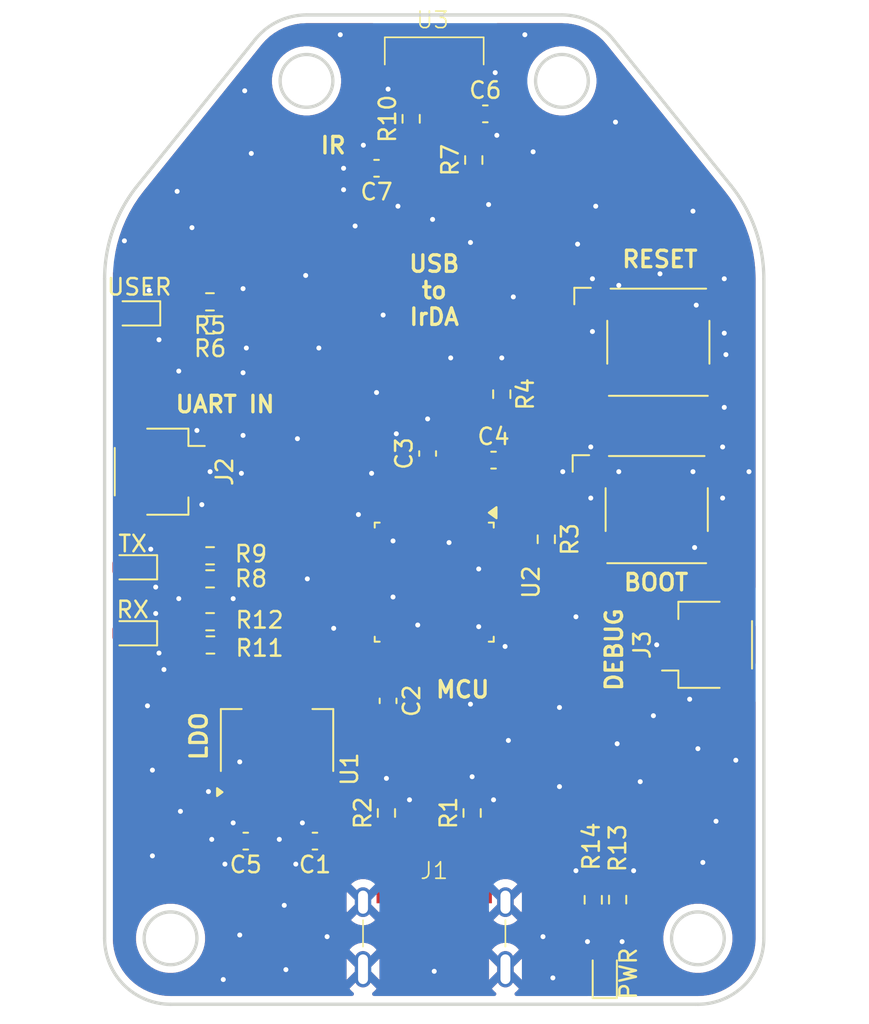
<source format=kicad_pcb>
(kicad_pcb (version 20241229) (generator "pcbnew") (generator_version "9.0")
  (layers (0 "F.Cu" signal) (2 "B.Cu" signal) (13 "F.Paste" user) (15 "B.Paste" user) (5 "F.SilkS" user "F.Silkscreen") (7 "B.SilkS" user "B.Silkscreen") (1 "F.Mask" user) (3 "B.Mask" user) (25 "Edge.Cuts" user))
  (net 0 "")
  (net 1 "GND")
  (net 2 "+3.3V")
  (net 3 "Net-(U3-VCC2)")
  (net 4 "/VUSB")
  (net 5 "Net-(D4-A)")
  (net 6 "/EXT_RX")
  (net 7 "/EXT_TX")
  (net 8 "/SWDIO")
  (net 9 "/SWCLK")
  (net 10 "/CC1")
  (net 11 "/CC2")
  (net 12 "/USB_DN")
  (net 13 "/USB_DP")
  (net 14 "/NRST")
  (net 15 "/POWER_LED")
  (net 16 "/BOOT0")
  (net 18 "/IRDA_RX")
  (net 19 "/IRDA_SD")
  (net 20 "/IRDA_TX")
  (net 22 "Net-(U3-VCC1)")
  (net 33 "Net-(D2-K)")
  (net 34 "Net-(D3-K)")
  (net 35 "/~{TX}")
  (net 36 "/~{RX}")
  (net 37 "Net-(D1-K)")
  (net 38 "/~{USER}")
  (footprint "PCM_kikit:Tab" (layer "F.Cu") (at 144.8 77)
    (property "Reference" "REF**" (hide yes))
    (property "Value" "Tab")
  )
  (footprint "Package_TO_SOT_SMD:SOT-223-3_TabPin2" (layer "F.Cu") (at 155.262728 100.004872 90)
    (property "Reference" "U1" (at -1.735932 4.400122 90) (layer "F.SilkS"))
    (property "Value" "TLV1117LV33DCYR")
    (pad "1" smd roundrect (at -3.15 -2.3 90) (size 2 1.5) (layers "F.Cu" "F.Mask" "F.Paste") (net 1 "GND"))
    (pad "2" smd roundrect (at -3.15 0 90) (size 2 1.5) (layers "F.Cu" "F.Mask" "F.Paste") (net 2 "+3.3V"))
    (pad "2" smd roundrect (at 3.15 0 90) (size 2 3.8) (layers "F.Cu" "F.Mask" "F.Paste") (net 2 "+3.3V"))
    (pad "3" smd roundrect (at -3.15 2.3 90) (size 2 1.5) (layers "F.Cu" "F.Mask" "F.Paste") (net 4 "/VUSB"))
  )
  (footprint "LED_SMD:LED_0603_1608Metric" (layer "F.Cu") (at 146.69 74.1 180)
    (property "Reference" "D1" (hide yes))
    (property "Value" "USER" (at -0.21 1.6 0) (layer "F.SilkS"))
    (pad "1" smd roundrect (at -0.7875 0 180) (size 0.875 0.95) (layers "F.Cu" "F.Mask" "F.Paste") (net 37 "Net-(D1-K)"))
    (pad "2" smd roundrect (at 0.7875 0 180) (size 0.875 0.95) (layers "F.Cu" "F.Mask" "F.Paste") (net 2 "+3.3V"))
  )
  (footprint "Resistor_SMD:R_0603_1608Metric" (layer "F.Cu") (at 168.9 79 -90)
    (property "Reference" "R4" (at 0 -1.43 270) (layer "F.SilkS"))
    (property "Value" "5k1")
    (pad "1" smd roundrect (at -0.825 0 270) (size 0.8 0.95) (layers "F.Cu" "F.Mask" "F.Paste") (net 2 "+3.3V"))
    (pad "2" smd roundrect (at 0.825 0 270) (size 0.8 0.95) (layers "F.Cu" "F.Mask" "F.Paste") (net 14 "/NRST"))
  )
  (footprint "Package_QFP:LQFP-32_7x7mm_P0.8mm" (layer "F.Cu") (at 164.8 90.4 -90)
    (property "Reference" "U2" (at 0 -5.88 90) (layer "F.SilkS"))
    (property "Value" "STM32F042K6Tx")
    (pad "1" smd roundrect (at -4.175 -2.8 270) (size 1.5 0.5) (layers "F.Cu" "F.Mask" "F.Paste") (net 2 "+3.3V"))
    (pad "2" smd roundrect (at -4.175 -2 270) (size 1.5 0.5) (layers "F.Cu" "F.Mask" "F.Paste"))
    (pad "3" smd roundrect (at -4.175 -1.2 270) (size 1.5 0.5) (layers "F.Cu" "F.Mask" "F.Paste"))
    (pad "4" smd roundrect (at -4.175 -0.4 270) (size 1.5 0.5) (layers "F.Cu" "F.Mask" "F.Paste") (net 14 "/NRST"))
    (pad "5" smd roundrect (at -4.175 0.4 270) (size 1.5 0.5) (layers "F.Cu" "F.Mask" "F.Paste") (net 2 "+3.3V"))
    (pad "6" smd roundrect (at -4.175 1.2 270) (size 1.5 0.5) (layers "F.Cu" "F.Mask" "F.Paste") (net 19 "/IRDA_SD"))
    (pad "7" smd roundrect (at -4.175 2 270) (size 1.5 0.5) (layers "F.Cu" "F.Mask" "F.Paste") (net 38 "/~{USER}"))
    (pad "8" smd roundrect (at -4.175 2.8 270) (size 1.5 0.5) (layers "F.Cu" "F.Mask" "F.Paste") (net 7 "/EXT_TX"))
    (pad "9" smd roundrect (at -2.8 4.175 270) (size 0.5 1.5) (layers "F.Cu" "F.Mask" "F.Paste") (net 6 "/EXT_RX"))
    (pad "10" smd roundrect (at -2 4.175 270) (size 0.5 1.5) (layers "F.Cu" "F.Mask" "F.Paste"))
    (pad "11" smd roundrect (at -1.2 4.175 270) (size 0.5 1.5) (layers "F.Cu" "F.Mask" "F.Paste") (net 35 "/~{TX}"))
    (pad "12" smd roundrect (at -0.4 4.175 270) (size 0.5 1.5) (layers "F.Cu" "F.Mask" "F.Paste") (net 36 "/~{RX}"))
    (pad "13" smd roundrect (at 0.4 4.175 270) (size 0.5 1.5) (layers "F.Cu" "F.Mask" "F.Paste"))
    (pad "14" smd roundrect (at 1.2 4.175 270) (size 0.5 1.5) (layers "F.Cu" "F.Mask" "F.Paste"))
    (pad "15" smd roundrect (at 2 4.175 270) (size 0.5 1.5) (layers "F.Cu" "F.Mask" "F.Paste"))
    (pad "16" smd roundrect (at 2.8 4.175 270) (size 0.5 1.5) (layers "F.Cu" "F.Mask" "F.Paste") (net 1 "GND"))
    (pad "17" smd roundrect (at 4.175 2.8 270) (size 1.5 0.5) (layers "F.Cu" "F.Mask" "F.Paste") (net 2 "+3.3V"))
    (pad "18" smd roundrect (at 4.175 2 270) (size 1.5 0.5) (layers "F.Cu" "F.Mask" "F.Paste"))
    (pad "19" smd roundrect (at 4.175 1.2 270) (size 1.5 0.5) (layers "F.Cu" "F.Mask" "F.Paste"))
    (pad "20" smd roundrect (at 4.175 0.4 270) (size 1.5 0.5) (layers "F.Cu" "F.Mask" "F.Paste"))
    (pad "21" smd roundrect (at 4.175 -0.4 270) (size 1.5 0.5) (layers "F.Cu" "F.Mask" "F.Paste") (net 12 "/USB_DN"))
    (pad "22" smd roundrect (at 4.175 -1.2 270) (size 1.5 0.5) (layers "F.Cu" "F.Mask" "F.Paste") (net 13 "/USB_DP"))
    (pad "23" smd roundrect (at 4.175 -2 270) (size 1.5 0.5) (layers "F.Cu" "F.Mask" "F.Paste") (net 8 "/SWDIO"))
    (pad "24" smd roundrect (at 4.175 -2.8 270) (size 1.5 0.5) (layers "F.Cu" "F.Mask" "F.Paste") (net 9 "/SWCLK"))
    (pad "25" smd roundrect (at 2.8 -4.175 270) (size 0.5 1.5) (layers "F.Cu" "F.Mask" "F.Paste") (net 15 "/POWER_LED"))
    (pad "26" smd roundrect (at 2 -4.175 270) (size 0.5 1.5) (layers "F.Cu" "F.Mask" "F.Paste"))
    (pad "27" smd roundrect (at 1.2 -4.175 270) (size 0.5 1.5) (layers "F.Cu" "F.Mask" "F.Paste"))
    (pad "28" smd roundrect (at 0.4 -4.175 270) (size 0.5 1.5) (layers "F.Cu" "F.Mask" "F.Paste"))
    (pad "29" smd roundrect (at -0.4 -4.175 270) (size 0.5 1.5) (layers "F.Cu" "F.Mask" "F.Paste") (net 20 "/IRDA_TX"))
    (pad "30" smd roundrect (at -1.2 -4.175 270) (size 0.5 1.5) (layers "F.Cu" "F.Mask" "F.Paste") (net 18 "/IRDA_RX"))
    (pad "31" smd roundrect (at -2 -4.175 270) (size 0.5 1.5) (layers "F.Cu" "F.Mask" "F.Paste") (net 16 "/BOOT0"))
    (pad "32" smd roundrect (at -2.8 -4.175 270) (size 0.5 1.5) (layers "F.Cu" "F.Mask" "F.Paste") (net 1 "GND"))
  )
  (footprint "PCM_kikit:Tab" (layer "F.Cu") (at 184.85 106.1 180)
    (property "Reference" "REF**" (hide yes))
    (property "Value" "Tab")
  )
  (footprint "Resistor_SMD:R_0603_1608Metric" (layer "F.Cu") (at 151.2 74.8 180)
    (property "Reference" "R6" (at 0 -1.43 0) (layer "F.SilkS"))
    (property "Value" "5k1")
    (pad "1" smd roundrect (at -0.825 0 180) (size 0.8 0.95) (layers "F.Cu" "F.Mask" "F.Paste") (net 38 "/~{USER}"))
    (pad "2" smd roundrect (at 0.825 0 180) (size 0.8 0.95) (layers "F.Cu" "F.Mask" "F.Paste") (net 37 "Net-(D1-K)"))
  )
  (footprint "PCM_kikit:Tab" (layer "F.Cu") (at 184.8 77 180)
    (property "Reference" "REF**" (hide yes))
    (property "Value" "Tab")
  )
  (footprint "Resistor_SMD:R_0603_1608Metric" (layer "F.Cu") (at 151.2 90.2 180)
    (property "Reference" "R8" (at -2.48 0.01 180) (layer "F.SilkS"))
    (property "Value" "5k1")
    (pad "1" smd roundrect (at -0.825 0 180) (size 0.8 0.95) (layers "F.Cu" "F.Mask" "F.Paste") (net 35 "/~{TX}"))
    (pad "2" smd roundrect (at 0.825 0 180) (size 0.8 0.95) (layers "F.Cu" "F.Mask" "F.Paste") (net 33 "Net-(D2-K)"))
  )
  (footprint "irda:GCT_USB4215_03_A" (layer "F.Cu") (at 164.8 109.3)
    (property "Reference" "J1" (at 0 -1.4 0) (layer "F.SilkS") (effects (font (thickness 0.1))))
    (property "Value" "USB_C_Receptacle_USB2.0_16P")
    (pad "A1" smd rect (at -3.35 0) (size 0.3 1.15) (layers "F.Cu" "F.Mask" "F.Paste") (net 1 "GND"))
    (pad "A4" smd rect (at -2.55 0) (size 0.3 1.15) (layers "F.Cu" "F.Mask" "F.Paste") (net 4 "/VUSB"))
    (pad "A5" smd rect (at -1.25 0) (size 0.3 1.15) (layers "F.Cu" "F.Mask" "F.Paste") (net 10 "/CC1"))
    (pad "A6" smd rect (at -0.25 0) (size 0.3 1.15) (layers "F.Cu" "F.Mask" "F.Paste") (net 13 "/USB_DP"))
    (pad "A7" smd rect (at 0.25 0) (size 0.3 1.15) (layers "F.Cu" "F.Mask" "F.Paste") (net 12 "/USB_DN"))
    (pad "A8" smd rect (at 1.25 0) (size 0.3 1.15) (layers "F.Cu" "F.Mask" "F.Paste"))
    (pad "A9" smd rect (at 2.55 0) (size 0.3 1.15) (layers "F.Cu" "F.Mask" "F.Paste") (net 4 "/VUSB"))
    (pad "A12" smd rect (at 3.35 0) (size 0.3 1.15) (layers "F.Cu" "F.Mask" "F.Paste") (net 1 "GND"))
    (pad "B1" smd rect (at 3.05 0) (size 0.3 1.15) (layers "F.Cu" "F.Mask" "F.Paste") (net 1 "GND"))
    (pad "B4" smd rect (at 2.25 0) (size 0.3 1.15) (layers "F.Cu" "F.Mask" "F.Paste") (net 4 "/VUSB"))
    (pad "B5" smd rect (at 1.75 0) (size 0.3 1.15) (layers "F.Cu" "F.Mask" "F.Paste") (net 11 "/CC2"))
    (pad "B6" smd rect (at 0.75 0) (size 0.3 1.15) (layers "F.Cu" "F.Mask" "F.Paste") (net 13 "/USB_DP"))
    (pad "B7" smd rect (at -0.75 0) (size 0.3 1.15) (layers "F.Cu" "F.Mask" "F.Paste") (net 12 "/USB_DN"))
    (pad "B8" smd rect (at -1.75 0) (size 0.3 1.15) (layers "F.Cu" "F.Mask" "F.Paste"))
    (pad "B9" smd rect (at -2.25 0) (size 0.3 1.15) (layers "F.Cu" "F.Mask" "F.Paste") (net 4 "/VUSB"))
    (pad "B12" smd rect (at -3.05 0) (size 0.3 1.15) (layers "F.Cu" "F.Mask" "F.Paste") (net 1 "GND"))
    (pad "S1" thru_hole oval (at -4.32 0.5075) (size 1 1.8) (drill oval 0.6 1.4) (layers "*.Cu" "*.Mask") (net 1 "GND"))
    (pad "S1" thru_hole oval (at -4.32 4.575) (size 1 2.2) (drill oval 0.6 1.8) (layers "*.Cu" "*.Mask") (net 1 "GND"))
    (pad "S1" thru_hole oval (at 4.32 0.5075) (size 1 1.8) (drill oval 0.6 1.4) (layers "*.Cu" "*.Mask") (net 1 "GND"))
    (pad "S1" thru_hole oval (at 4.32 4.575) (size 1 2.2) (drill oval 0.6 1.8) (layers "*.Cu" "*.Mask") (net 1 "GND"))
  )
  (footprint "Resistor_SMD:R_0603_1608Metric" (layer "F.Cu") (at 151.19 73.4 180)
    (property "Reference" "R5" (at 0 -1.43 0) (layer "F.SilkS"))
    (property "Value" "5k1")
    (pad "1" smd roundrect (at -0.825 0 180) (size 0.8 0.95) (layers "F.Cu" "F.Mask" "F.Paste") (net 38 "/~{USER}"))
    (pad "2" smd roundrect (at 0.825 0 180) (size 0.8 0.95) (layers "F.Cu" "F.Mask" "F.Paste") (net 37 "Net-(D1-K)"))
  )
  (footprint "Resistor_SMD:R_0603_1608Metric" (layer "F.Cu") (at 175.93 109.655 -90)
    (property "Reference" "R13" (at -3.125 0 90) (layer "F.SilkS"))
    (property "Value" "5k1")
    (pad "1" smd roundrect (at -0.825 0 270) (size 0.8 0.95) (layers "F.Cu" "F.Mask" "F.Paste") (net 15 "/POWER_LED"))
    (pad "2" smd roundrect (at 0.825 0 270) (size 0.8 0.95) (layers "F.Cu" "F.Mask" "F.Paste") (net 5 "Net-(D4-A)"))
  )
  (footprint "Resistor_SMD:R_0603_1608Metric" (layer "F.Cu") (at 151.2 88.8 180)
    (property "Reference" "R9" (at -2.48 0.11 180) (layer "F.SilkS"))
    (property "Value" "5k1")
    (pad "1" smd roundrect (at -0.825 0 180) (size 0.8 0.95) (layers "F.Cu" "F.Mask" "F.Paste") (net 35 "/~{TX}"))
    (pad "2" smd roundrect (at 0.825 0 180) (size 0.8 0.95) (layers "F.Cu" "F.Mask" "F.Paste") (net 33 "Net-(D2-K)"))
  )
  (footprint "PCM_kikit:Tab" (layer "F.Cu") (at 144.8 106.1)
    (property "Reference" "REF**" (hide yes))
    (property "Value" "Tab")
  )
  (footprint "Capacitor_SMD:C_0603_1608Metric" (layer "F.Cu") (at 168.4 83)
    (property "Reference" "C4" (at 0 -1.43 0) (layer "F.SilkS"))
    (property "Value" "4.7u")
    (pad "1" smd roundrect (at -0.775 0) (size 0.9 0.95) (layers "F.Cu" "F.Mask" "F.Paste") (net 2 "+3.3V"))
    (pad "2" smd roundrect (at 0.775 0) (size 0.9 0.95) (layers "F.Cu" "F.Mask" "F.Paste") (net 1 "GND"))
  )
  (footprint "Capacitor_SMD:C_0603_1608Metric" (layer "F.Cu") (at 162 97.6 -90)
    (property "Reference" "C2" (at 0 -1.43 270) (layer "F.SilkS"))
    (property "Value" "4.7u")
    (pad "1" smd roundrect (at -0.775 0 270) (size 0.9 0.95) (layers "F.Cu" "F.Mask" "F.Paste") (net 2 "+3.3V"))
    (pad "2" smd roundrect (at 0.775 0 270) (size 0.9 0.95) (layers "F.Cu" "F.Mask" "F.Paste") (net 1 "GND"))
  )
  (footprint "Capacitor_SMD:C_0603_1608Metric" (layer "F.Cu") (at 161.3 65.3 180)
    (property "Reference" "C7" (at 0 -1.43 180) (layer "F.SilkS"))
    (property "Value" "0.1u")
    (pad "1" smd roundrect (at -0.775 0 180) (size 0.9 0.95) (layers "F.Cu" "F.Mask" "F.Paste") (net 2 "+3.3V"))
    (pad "2" smd roundrect (at 0.775 0 180) (size 0.9 0.95) (layers "F.Cu" "F.Mask" "F.Paste") (net 1 "GND"))
  )
  (footprint "Capacitor_SMD:C_0603_1608Metric" (layer "F.Cu") (at 153.362728 106.104872 180)
    (property "Reference" "C5" (at 0 -1.43 180) (layer "F.SilkS"))
    (property "Value" "1u")
    (pad "1" smd roundrect (at -0.775 0 180) (size 0.9 0.95) (layers "F.Cu" "F.Mask" "F.Paste") (net 2 "+3.3V"))
    (pad "2" smd roundrect (at 0.775 0 180) (size 0.9 0.95) (layers "F.Cu" "F.Mask" "F.Paste") (net 1 "GND"))
  )
  (footprint "LED_SMD:LED_0603_1608Metric" (layer "F.Cu") (at 175.15 114.14 90)
    (property "Reference" "D4" (hide yes))
    (property "Value" "PWR" (at 0 1.43 90) (layer "F.SilkS"))
    (pad "1" smd roundrect (at -0.7875 0 90) (size 0.875 0.95) (layers "F.Cu" "F.Mask" "F.Paste") (net 1 "GND"))
    (pad "2" smd roundrect (at 0.7875 0 90) (size 0.875 0.95) (layers "F.Cu" "F.Mask" "F.Paste") (net 5 "Net-(D4-A)"))
  )
  (footprint "Resistor_SMD:R_0603_1608Metric" (layer "F.Cu") (at 151.22 94.21 180)
    (property "Reference" "R11" (at -2.9825 -0.19 180) (layer "F.SilkS"))
    (property "Value" "5k1")
    (pad "1" smd roundrect (at -0.825 0 180) (size 0.8 0.95) (layers "F.Cu" "F.Mask" "F.Paste") (net 36 "/~{RX}"))
    (pad "2" smd roundrect (at 0.825 0 180) (size 0.8 0.95) (layers "F.Cu" "F.Mask" "F.Paste") (net 34 "Net-(D3-K)"))
  )
  (footprint "Resistor_SMD:R_0603_1608Metric" (layer "F.Cu") (at 161.9 104.4 90)
    (property "Reference" "R2" (at 0 -1.43 90) (layer "F.SilkS"))
    (property "Value" "5k1")
    (pad "1" smd roundrect (at -0.825 0 90) (size 0.8 0.95) (layers "F.Cu" "F.Mask" "F.Paste") (net 10 "/CC1"))
    (pad "2" smd roundrect (at 0.825 0 90) (size 0.8 0.95) (layers "F.Cu" "F.Mask" "F.Paste") (net 1 "GND"))
  )
  (footprint "irda:SW_SPST_Omron_B3FS-100xP" (layer "F.Cu") (at 178.4 75.85)
    (property "Reference" "SW2" (hide yes))
    (property "Value" "NRST_BUT")
    (pad "1" smd rect (at -4 -2.25 180) (size 1.6 1.4) (layers "F.Cu" "F.Mask" "F.Paste") (net 1 "GND"))
    (pad "1" smd rect (at 4 -2.25 180) (size 1.6 1.4) (layers "F.Cu" "F.Mask" "F.Paste") (net 1 "GND"))
    (pad "2" smd rect (at -4 2.25 180) (size 1.6 1.4) (layers "F.Cu" "F.Mask" "F.Paste") (net 14 "/NRST"))
    (pad "2" smd rect (at 4 2.25 180) (size 1.6 1.4) (layers "F.Cu" "F.Mask" "F.Paste") (net 14 "/NRST"))
  )
  (footprint "LED_SMD:LED_0603_1608Metric" (layer "F.Cu") (at 146.5 93.5 180)
    (property "Reference" "D3" (hide yes))
    (property "Value" "RX" (at 0 1.43 180) (layer "F.SilkS"))
    (pad "1" smd roundrect (at -0.7875 0 180) (size 0.875 0.95) (layers "F.Cu" "F.Mask" "F.Paste") (net 34 "Net-(D3-K)"))
    (pad "2" smd roundrect (at 0.7875 0 180) (size 0.875 0.95) (layers "F.Cu" "F.Mask" "F.Paste") (net 2 "+3.3V"))
  )
  (footprint "LED_SMD:LED_0603_1608Metric" (layer "F.Cu") (at 146.5 89.5 180)
    (property "Reference" "D2" (hide yes))
    (property "Value" "TX" (at 0 1.43 180) (layer "F.SilkS"))
    (pad "1" smd roundrect (at -0.7875 0 180) (size 0.875 0.95) (layers "F.Cu" "F.Mask" "F.Paste") (net 33 "Net-(D2-K)"))
    (pad "2" smd roundrect (at 0.7875 0 180) (size 0.875 0.95) (layers "F.Cu" "F.Mask" "F.Paste") (net 2 "+3.3V"))
  )
  (footprint "Resistor_SMD:R_0603_1608Metric" (layer "F.Cu") (at 171.6 87.8 -90)
    (property "Reference" "R3" (at 0 -1.43 270) (layer "F.SilkS"))
    (property "Value" "5k1")
    (pad "1" smd roundrect (at -0.825 0 270) (size 0.8 0.95) (layers "F.Cu" "F.Mask" "F.Paste") (net 2 "+3.3V"))
    (pad "2" smd roundrect (at 0.825 0 270) (size 0.8 0.95) (layers "F.Cu" "F.Mask" "F.Paste") (net 16 "/BOOT0"))
  )
  (footprint "CustomFootprints:JST_SH_SM03B-SRSS-TB_1x03-1MP_P1.00mm_Horizontal" (layer "F.Cu") (at 181.4 94.2 90)
    (property "Reference" "J3" (at 0 -3.98 90) (layer "F.SilkS"))
    (property "Value" "SWD")
    (pad "1" smd roundrect (at -1 -2 90) (size 0.6 1.55) (layers "F.Cu" "F.Mask" "F.Paste") (net 9 "/SWCLK"))
    (pad "2" smd roundrect (at 0 -2 90) (size 0.6 1.55) (layers "F.Cu" "F.Mask" "F.Paste") (net 1 "GND"))
    (pad "3" smd roundrect (at 1 -2 90) (size 0.6 1.55) (layers "F.Cu" "F.Mask" "F.Paste") (net 8 "/SWDIO"))
    (pad "MP" smd roundrect (at -2.3 1.875 90) (size 1.2 1.8) (layers "F.Cu" "F.Mask" "F.Paste") (roundrect_rratio 0.208333))
    (pad "MP" smd roundrect (at 2.3 1.875 90) (size 1.2 1.8) (layers "F.Cu" "F.Mask" "F.Paste") (roundrect_rratio 0.208333))
  )
  (footprint "Resistor_SMD:R_0603_1608Metric" (layer "F.Cu") (at 167.1 104.4 90)
    (property "Reference" "R1" (at 0 -1.43 90) (layer "F.SilkS"))
    (property "Value" "5k1")
    (pad "1" smd roundrect (at -0.825 0 90) (size 0.8 0.95) (layers "F.Cu" "F.Mask" "F.Paste") (net 11 "/CC2"))
    (pad "2" smd roundrect (at 0.825 0 90) (size 0.8 0.95) (layers "F.Cu" "F.Mask" "F.Paste") (net 1 "GND"))
  )
  (footprint "Resistor_SMD:R_0603_1608Metric" (layer "F.Cu") (at 163.4 62.3 90)
    (property "Reference" "R10" (at 0 -1.43 90) (layer "F.SilkS"))
    (property "Value" "47R")
    (pad "1" smd roundrect (at -0.825 0 90) (size 0.8 0.95) (layers "F.Cu" "F.Mask" "F.Paste") (net 2 "+3.3V"))
    (pad "2" smd roundrect (at 0.825 0 90) (size 0.8 0.95) (layers "F.Cu" "F.Mask" "F.Paste") (net 22 "Net-(U3-VCC1)"))
  )
  (footprint "Resistor_SMD:R_0603_1608Metric" (layer "F.Cu") (at 167.2 64.8 90)
    (property "Reference" "R7" (at 0 -1.43 90) (layer "F.SilkS"))
    (property "Value" "47R")
    (pad "1" smd roundrect (at -0.825 0 90) (size 0.8 0.95) (layers "F.Cu" "F.Mask" "F.Paste") (net 2 "+3.3V"))
    (pad "2" smd roundrect (at 0.825 0 90) (size 0.8 0.95) (layers "F.Cu" "F.Mask" "F.Paste") (net 3 "Net-(U3-VCC2)"))
  )
  (footprint "Resistor_SMD:R_0603_1608Metric" (layer "F.Cu") (at 174.45 109.665 -90)
    (property "Reference" "R14" (at -3.235 0.12 90) (layer "F.SilkS"))
    (property "Value" "5k1")
    (pad "1" smd roundrect (at -0.825 0 270) (size 0.8 0.95) (layers "F.Cu" "F.Mask" "F.Paste") (net 15 "/POWER_LED"))
    (pad "2" smd roundrect (at 0.825 0 270) (size 0.8 0.95) (layers "F.Cu" "F.Mask" "F.Paste") (net 5 "Net-(D4-A)"))
  )
  (footprint "Capacitor_SMD:C_0603_1608Metric" (layer "F.Cu") (at 167.9 62)
    (property "Reference" "C6" (at 0 -1.43 0) (layer "F.SilkS"))
    (property "Value" "4.7u")
    (pad "1" smd roundrect (at -0.775 0) (size 0.9 0.95) (layers "F.Cu" "F.Mask" "F.Paste") (net 3 "Net-(U3-VCC2)"))
    (pad "2" smd roundrect (at 0.775 0) (size 0.9 0.95) (layers "F.Cu" "F.Mask" "F.Paste") (net 1 "GND"))
  )
  (footprint "irda:TFBS4711-TR" (layer "F.Cu") (at 164.8 59.0075)
    (property "Reference" "U3" (at -0.1 -2.7 0) (layer "F.SilkS") (effects (font (thickness 0.1))))
    (property "Value" "TFBS4711")
    (pad "1" smd roundrect (at 2.375 0 180) (size 0.64 1.27) (layers "F.Cu" "F.Mask" "F.Paste") (roundrect_rratio 0.15) (net 3 "Net-(U3-VCC2)"))
    (pad "2" smd roundrect (at 1.425 0 180) (size 0.64 1.27) (layers "F.Cu" "F.Mask" "F.Paste") (roundrect_rratio 0.15) (net 20 "/IRDA_TX"))
    (pad "3" smd roundrect (at 0.475 0 180) (size 0.64 1.27) (layers "F.Cu" "F.Mask" "F.Paste") (roundrect_rratio 0.15) (net 18 "/IRDA_RX"))
    (pad "4" smd roundrect (at -0.475 0 180) (size 0.64 1.27) (layers "F.Cu" "F.Mask" "F.Paste") (roundrect_rratio 0.15) (net 19 "/IRDA_SD"))
    (pad "5" smd roundrect (at -1.425 0 180) (size 0.64 1.27) (layers "F.Cu" "F.Mask" "F.Paste") (roundrect_rratio 0.15) (net 22 "Net-(U3-VCC1)"))
    (pad "6" smd roundrect (at -2.375 0 180) (size 0.64 1.27) (layers "F.Cu" "F.Mask" "F.Paste") (roundrect_rratio 0.15) (net 1 "GND"))
  )
  (footprint "irda:JST_SH_SM03B-SRSS-TB_1x03-1MP_P1.00mm_Horizontal" (layer "F.Cu") (at 148.1 83.7 -90)
    (property "Reference" "J2" (at 0 -3.98 90) (layer "F.SilkS"))
    (property "Value" "UART")
    (pad "1" smd roundrect (at -1 -2 270) (size 0.6 1.55) (layers "F.Cu" "F.Mask" "F.Paste") (net 6 "/EXT_RX"))
    (pad "2" smd roundrect (at 0 -2 270) (size 0.6 1.55) (layers "F.Cu" "F.Mask" "F.Paste") (net 1 "GND"))
    (pad "3" smd roundrect (at 1 -2 270) (size 0.6 1.55) (layers "F.Cu" "F.Mask" "F.Paste") (net 7 "/EXT_TX"))
    (pad "MP" smd roundrect (at -2.3 1.875 270) (size 1.2 1.8) (layers "F.Cu" "F.Mask" "F.Paste") (roundrect_rratio 0.208333))
    (pad "MP" smd roundrect (at 2.3 1.875 270) (size 1.2 1.8) (layers "F.Cu" "F.Mask" "F.Paste") (roundrect_rratio 0.208333))
  )
  (footprint "Resistor_SMD:R_0603_1608Metric" (layer "F.Cu") (at 151.2 92.8 180)
    (property "Reference" "R12" (at -3.0025 0.1 180) (layer "F.SilkS"))
    (property "Value" "5k1")
    (pad "1" smd roundrect (at -0.825 0 180) (size 0.8 0.95) (layers "F.Cu" "F.Mask" "F.Paste") (net 36 "/~{RX}"))
    (pad "2" smd roundrect (at 0.825 0 180) (size 0.8 0.95) (layers "F.Cu" "F.Mask" "F.Paste") (net 34 "Net-(D3-K)"))
  )
  (footprint "irda:SW_SPST_Omron_B3FS-100xP" (layer "F.Cu") (at 178.3 86)
    (property "Reference" "SW1" (hide yes))
    (property "Value" "BOOT0_BUT")
    (pad "1" smd rect (at -4 -2.25 180) (size 1.6 1.4) (layers "F.Cu" "F.Mask" "F.Paste") (net 1 "GND"))
    (pad "1" smd rect (at 4 -2.25 180) (size 1.6 1.4) (layers "F.Cu" "F.Mask" "F.Paste") (net 1 "GND"))
    (pad "2" smd rect (at -4 2.25 180) (size 1.6 1.4) (layers "F.Cu" "F.Mask" "F.Paste") (net 16 "/BOOT0"))
    (pad "2" smd rect (at 4 2.25 180) (size 1.6 1.4) (layers "F.Cu" "F.Mask" "F.Paste") (net 16 "/BOOT0"))
  )
  (footprint "Capacitor_SMD:C_0603_1608Metric" (layer "F.Cu") (at 164.4 82.6 90)
    (property "Reference" "C3" (at 0 -1.43 90) (layer "F.SilkS"))
    (property "Value" "4.7u")
    (pad "1" smd roundrect (at -0.775 0 90) (size 0.9 0.95) (layers "F.Cu" "F.Mask" "F.Paste") (net 2 "+3.3V"))
    (pad "2" smd roundrect (at 0.775 0 90) (size 0.9 0.95) (layers "F.Cu" "F.Mask" "F.Paste") (net 1 "GND"))
  )
  (footprint "Capacitor_SMD:C_0603_1608Metric" (layer "F.Cu") (at 157.562728 106.104872 180)
    (property "Reference" "C1" (at 0 -1.43 180) (layer "F.SilkS"))
    (property "Value" "1u")
    (pad "1" smd roundrect (at -0.775 0 180) (size 0.9 0.95) (layers "F.Cu" "F.Mask" "F.Paste") (net 4 "/VUSB"))
    (pad "2" smd roundrect (at 0.775 0 180) (size 0.9 0.95) (layers "F.Cu" "F.Mask" "F.Paste") (net 1 "GND"))
  )
  (gr_line (start 175.664355 57.489861) (end 182.807299 66.352189) (stroke (width 0.2)) (layer "Edge.Cuts"))
  (gr_arc (start 182.807298 66.35219) (mid 184.287216 69.005478) (end 184.799998 71.999999) (stroke (width 0.2)) (layer "Edge.Cuts"))
  (gr_line (start 180.8 115.999999) (end 148.8 115.999999) (stroke (width 0.2)) (layer "Edge.Cuts"))
  (gr_arc (start 172.55 55.999999) (mid 174.276188 56.391637) (end 175.664355 57.489861) (stroke (width 0.2)) (layer "Edge.Cuts"))
  (gr_circle (center 148.8 111.999999) (end 150.4 111.999999) (stroke (width 0.2)) (fill no) (layer "Edge.Cuts"))
  (gr_line (start 146.792699 66.352192) (end 153.935645 57.489861) (stroke (width 0.2)) (layer "Edge.Cuts"))
  (gr_circle (center 180.8 111.999999) (end 182.4 111.999999) (stroke (width 0.2)) (fill no) (layer "Edge.Cuts"))
  (gr_line (start 182.807298 66.35219) (end 182.807299 66.352189) (stroke (width 0.2)) (layer "Edge.Cuts"))
  (gr_line (start 144.8 112) (end 144.8 71.999995) (stroke (width 0.2)) (layer "Edge.Cuts"))
  (gr_arc (start 144.8 71.999995) (mid 145.312783 69.005478) (end 146.792699 66.352192) (stroke (width 0.2)) (layer "Edge.Cuts"))
  (gr_circle (center 157.05 59.999999) (end 158.65 59.999999) (stroke (width 0.2)) (fill no) (layer "Edge.Cuts"))
  (gr_line (start 184.799998 71.999999) (end 184.8 71.999999) (stroke (width 0.2)) (layer "Edge.Cuts"))
  (gr_arc (start 184.8 111.999999) (mid 183.628427 114.828426) (end 180.8 115.999999) (stroke (width 0.2)) (layer "Edge.Cuts"))
  (gr_line (start 184.8 71.999999) (end 184.8 111.999999) (stroke (width 0.2)) (layer "Edge.Cuts"))
  (gr_arc (start 148.8 115.999999) (mid 145.971573 114.828426) (end 144.8 112) (stroke (width 0.2)) (layer "Edge.Cuts"))
  (gr_circle (center 172.55 59.999999) (end 174.15 59.999999) (stroke (width 0.2)) (fill no) (layer "Edge.Cuts"))
  (gr_line (start 157.049998 55.999999) (end 172.55 55.999999) (stroke (width 0.2)) (layer "Edge.Cuts"))
  (gr_line (start 153.935646 57.489862) (end 153.935645 57.489861) (stroke (width 0.2)) (layer "Edge.Cuts"))
  (gr_arc (start 153.935646 57.489862) (mid 155.323812 56.391637) (end 157.049998 55.999999) (stroke (width 0.2)) (layer "Edge.Cuts"))
  (gr_text "UART IN" (at 149 80.2 0) (layer "F.SilkS") (effects (font (size 1 1) (thickness 0.2) (bold yes)) (justify left bottom)))
  (gr_text "DEBUG" (at 176.3 97.1 90) (layer "F.SilkS") (effects (font (size 1 1) (thickness 0.2) (bold yes)) (justify left bottom)))
  (gr_text "MCU" (at 164.8 97.5 0) (layer "F.SilkS") (effects (font (size 1 1) (thickness 0.2) (bold yes)) (justify left bottom)))
  (gr_text "BOOT" (at 176.2 91 0) (layer "F.SilkS") (effects (font (size 1 1) (thickness 0.2) (bold yes)) (justify left bottom)))
  (gr_text "USB\nto\nIrDA" (at 164.8 74.9 0) (layer "F.SilkS") (effects (font (size 1 1) (thickness 0.2) (bold yes)) (justify bottom)))
  (gr_text "LDO" (at 151.1 101.3 90) (layer "F.SilkS") (effects (font (size 1 1) (thickness 0.2) (bold yes)) (justify left bottom)))
  (gr_text "RESET" (at 176.1 71.4 0) (layer "F.SilkS") (effects (font (size 1 1) (thickness 0.2) (bold yes)) (justify left bottom)))
  (gr_text "IR" (at 157.8 64.5 0) (layer "F.SilkS") (effects (font (size 1 1) (thickness 0.2) (bold yes)) (justify left bottom)))
  (segment (start 162.425 60.075) (end 162 60.5) (width 0.6) (layer "F.Cu") (net 1))
  (segment (start 162.425 59.0075) (end 162.425 60.075) (width 0.6) (layer "F.Cu") (net 1))
  (via (at 161.9 102.3) (size 0.6) (drill 0.3) (layers "F.Cu" "B.Cu") (net 1))
  (via (at 165.8 76.8) (size 0.6) (drill 0.3) (layers "F.Cu" "B.Cu") (net 1))
  (via (at 153.2 72.6) (size 0.6) (drill 0.3) (layers "F.Cu" "B.Cu") (net 1))
  (via (at 167.1 102.2) (size 0.6) (drill 0.3) (layers "F.Cu" "B.Cu") (net 1))
  (via (at 149.3 91.4) (size 0.6) (drill 0.3) (layers "F.Cu" "B.Cu") (net 1))
  (via (at 148.4 95.7) (size 0.6) (drill 0.3) (layers "F.Cu" "B.Cu") (net 1))
  (via (at 170.8 64.3) (size 0.6) (drill 0.3) (layers "F.Cu" "B.Cu") (net 1))
  (via (at 168.5 59.5) (size 0.6) (drill 0.3) (layers "F.Cu" "B.Cu") (net 1))
  (via (at 158.3 111.9) (size 0.6) (drill 0.3) (layers "F.Cu" "B.Cu") (net 1))
  (via (at 180.3 97.5) (size 0.6) (drill 0.3) (layers "F.Cu" "B.Cu") (net 1))
  (via (at 161.7 74.2) (size 0.6) (drill 0.3) (layers "F.Cu" "B.Cu") (net 1))
  (via (at 152 114.5) (size 0.6) (drill 0.3) (layers "F.Cu" "B.Cu") (net 1))
  (via (at 167 97.8) (size 0.6) (drill 0.3) (layers "F.Cu" "B.Cu") (net 1))
  (via (at 180.5 67.9) (size 0.6) (drill 0.3) (layers "F.Cu" "B.Cu") (net 1))
  (via (at 161 83.8) (size 0.6) (drill 0.3) (layers "F.Cu" "B.Cu") (net 1))
  (via (at 176 72.4) (size 0.6) (drill 0.3) (layers "F.Cu" "B.Cu") (net 1))
  (via (at 153 111.8) (size 0.6) (drill 0.3) (layers "F.Cu" "B.Cu") (net 1))
  (via (at 163.8 93) (size 0.6) (drill 0.3) (layers "F.Cu" "B.Cu") (net 1))
  (via (at 180.6 88.3) (size 0.6) (drill 0.3) (layers "F.Cu" "B.Cu") (net 1))
  (via (at 162.3 87.9) (size 0.6) (drill 0.3) (layers "F.Cu" "B.Cu") (net 1))
  (via (at 152.6 105) (size 0.6) (drill 0.3) (layers "F.Cu" "B.Cu") (net 1))
  (via (at 173.5 69.9) (size 0.6) (drill 0.3) (layers "F.Cu" "B.Cu") (net 1))
  (via (at 151.2 83.7) (size 0.6) (drill 0.3) (layers "F.Cu" "B.Cu") (net 1))
  (via (at 155.7 110) (size 0.6) (drill 0.3) (layers "F.Cu" "B.Cu") (net 1))
  (via (at 156.5 81.7) (size 0.6) (drill 0.3) (layers "F.Cu" "B.Cu") (net 1))
  (via (at 169.1 94.3) (size 0.6) (drill 0.3) (layers "F.Cu" "B.Cu") (net 1))
  (via (at 160.5 63.9) (size 0.6) (drill 0.3) (layers "F.Cu" "B.Cu") (net 1))
  (via (at 150.7 85.7) (size 0.6) (drill 0.3) (layers "F.Cu" "B.Cu") (net 1))
  (via (at 180.8 100.5) (size 0.6) (drill 0.3) (layers "F.Cu" "B.Cu") (net 1))
  (via (at 169.3 100) (size 0.6) (drill 0.3) (layers "F.Cu" "B.Cu") (net 1))
  (via (at 162.5 81.4) (size 0.6) (drill 0.3) (layers "F.Cu" "B.Cu") (net 1))
  (via (at 155.4 106) (size 0.6) (drill 0.3) (layers "F.Cu" "B.Cu") (net 1))
  (via (at 174.4 72) (size 0.6) (drill 0.3) (layers "F.Cu" "B.Cu") (net 1))
  (via (at 161.3 78.9) (size 0.6) (drill 0.3) (layers "F.Cu" "B.Cu") (net 1))
  (via (at 152.6 91.4) (size 0.6) (drill 0.3) (layers "F.Cu" "B.Cu") (net 1))
  (via (at 159.3 65.3) (size 0.6) (drill 0.3) (layers "F.Cu" "B.Cu") (net 1))
  (via (at 147.9 92.3) (size 0.6) (drill 0.3) (layers "F.Cu" "B.Cu") (net 1))
  (via (at 151.1 103.1) (size 0.6) (drill 0.3) (layers "F.Cu" "B.Cu") (net 1))
  (via (at 172.4 102.8) (size 0.6) (drill 0.3) (layers "F.Cu" "B.Cu") (net 1))
  (via (at 182.3 85.3) (size 0.6) (drill 0.3) (layers "F.Cu" "B.Cu") (net 1))
  (via (at 157.8 76.2) (size 0.6) (drill 0.3) (layers "F.Cu" "B.Cu") (net 1))
  (via (at 153.3 60.6) (size 0.6) (drill 0.3) (layers "F.Cu" "B.Cu") (net 1))
  (via (at 149.4 104.3) (size 0.6) (drill 0.3) (layers "F.Cu" "B.Cu") (net 1))
  (via (at 160.2 86.3) (size 0.6) (drill 0.3) (layers "F.Cu" "B.Cu") (net 1))
  (via (at 178.1 98.5) (size 0.6) (drill 0.3) (layers "F.Cu" "B.Cu") (net 1))
  (via (at 151.3 106) (size 0.6) (drill 0.3) (layers "F.Cu" "B.Cu") (net 1))
  (via (at 164.7 68.4) (size 0.6) (drill 0.3) (layers "F.Cu" "B.Cu") (net 1))
  (via (at 182.4 75.3) (size 0.6) (drill 0.3) (layers "F.Cu" "B.Cu") (net 1))
  (via (at 180.5 83.7) (size 0.6) (drill 0.3) (layers "F.Cu" "B.Cu") (net 1))
  (via (at 164.8 114) (size 0.6) (drill 0.3) (layers "F.Cu" "B.Cu") (net 1))
  (via (at 147.4 97.9) (size 0.6) (drill 0.3) (layers "F.Cu" "B.Cu") (net 1))
  (via (at 155.8 113.9) (size 0.6) (drill 0.3) (layers "F.Cu" "B.Cu") (net 1))
  (via (at 169.6 73.1) (size 0.6) (drill 0.3) (layers "F.Cu" "B.Cu") (net 1))
  (via (at 147.7 107) (size 0.6) (drill 0.3) (layers "F.Cu" "B.Cu") (net 1))
  (via (at 153 101.3) (size 0.6) (drill 0.3) (layers "F.Cu" "B.Cu") (net 1))
  (via (at 156.4 107.5) (size 0.6) (drill 0.3) (layers "F.Cu" "B.Cu") (net 1))
  (via (at 147.9 90.7) (size 0.6) (drill 0.3) (layers "F.Cu" "B.Cu") (net 1))
  (via (at 157.1 90.2) (size 0.6) (drill 0.3) (layers "F.Cu" "B.Cu") (net 1))
  (via (at 148.1 94.7) (size 0.6) (drill 0.3) (layers "F.Cu" "B.Cu") (net 1))
  (via (at 163.3 103.6) (size 0.6) (drill 0.3) (layers "F.Cu" "B.Cu") (net 1))
  (via (at 168.4 103.6) (size 0.6) (drill 0.3) (layers "F.Cu" "B.Cu") (net 1))
  (via (at 174.4 75.2) (size 0.6) (drill 0.3) (layers "F.Cu" "B.Cu") (net 1))
  (via (at 171.4 111.9) (size 0.6) (drill 0.3) (layers "F.Cu" "B.Cu") (net 1))
  (via (at 148.1 75.7) (size 0.6) (drill 0.3) (layers "F.Cu" "B.Cu") (net 1))
  (via (at 150.4 81.2) (size 0.6) (drill 0.3) (layers "F.Cu" "B.Cu") (net 1))
  (via (at 174.3 82.2) (size 0.6) (drill 0.3) (layers "F.Cu" "B.Cu") (net 1))
  (via (at 159.3 66.6) (size 0.6) (drill 0.3) (layers "F.Cu" "B.Cu") (net 1))
  (via (at 168.6 63.3) (size 0.6) (drill 0.3) (layers "F.Cu" "B.Cu") (net 1))
  (via (at 183.9 83.7) (size 0.6) (drill 0.3) (layers "F.Cu" "B.Cu") (net 1))
  (via (at 153.4 76.2) (size 0.6) (drill 0.3) (layers "F.Cu" "B.Cu") (net 1))
  (via (at 167.5 93.1) (size 0.6) (drill 0.3) (layers "F.Cu" "B.Cu") (net 1))
  (via (at 172.4 98) (size 0.6) (drill 0.3) (layers "F.Cu" "B.Cu") (net 1))
  (via (at 174.6 67.6) (size 0.6) (drill 0.3) (layers "F.Cu" "B.Cu") (net 1))
  (via (at 181.1 107.4) (size 0.6) (drill 0.3) (layers "F.Cu" "B.Cu") (net 1))
  (via (at 153.1 83.8) (size 0.6) (drill 0.3) (layers "F.Cu" "B.Cu") (net 1))
  (via (at 176.9 107.9) (size 0.6) (drill 0.3) (layers "F.Cu" "B.Cu") (net 1))
  (via (at 173.4 107.9) (size 0.6) (drill 0.3) (layers "F.Cu" "B.Cu") (net 1))
  (via (at 175.8 62.5) (size 0.6) (drill 0.3) (layers "F.Cu" "B.Cu") (net 1))
  (via (at 168.9 76.8) (size 0.6) (drill 0.3) (layers "F.Cu" "B.Cu") (net 1))
  (via (at 168.1 67.5) (size 0.6) (drill 0.3) (layers "F.Cu" "B.Cu") (net 1))
  (via (at 149.3 77.6) (size 0.6) (drill 0.3) (layers "F.Cu" "B.Cu") (net 1))
  (via (at 177.3 102.5) (size 0.6) (drill 0.3) (layers "F.Cu" "B.Cu") (net 1))
  (via (at 162.3 91.3) (size 0.6) (drill 0.3) (layers "F.Cu" "B.Cu") (net 1))
  (via (at 153.2 77.7) (size 0.6) (drill 0.3) (layers "F.Cu" "B.Cu") (net 1))
  (via (at 172.6 83.7) (size 0.6) (drill 0.3) (layers "F.Cu" "B.Cu") (net 1))
  (via (at 153.7 64.4) (size 0.6) (drill 0.3) (layers "F.Cu" "B.Cu") (net 1))
  (via (at 170.3 57.2) (size 0.6) (drill 0.3) (layers "F.Cu" "B.Cu") (net 1))
  (via (at 180.7 73.6) (size 0.6) (drill 0.3) (layers "F.Cu" "B.Cu") (net 1))
  (via (at 175.9 100.2) (size 0.6) (drill 0.3) (layers "F.Cu" "B.Cu") (net 1))
  (via (at 176 83.7) (size 0.6) (drill 0.3) (layers "F.Cu" "B.Cu") (net 1))
  (via (at 146 69.7) (size 0.6) (drill 0.3) (layers "F.Cu" "B.Cu") (net 1))
  (via (at 182.4 79.8) (size 0.6) (drill 0.3) (layers "F.Cu" "B.Cu") (net 1))
  (via (at 149.2 66.7) (size 0.6) (drill 0.3) (layers "F.Cu" "B.Cu") (net 1))
  (via (at 181.9 104.9) (size 0.6) (drill 0.3) (layers "F.Cu" "B.Cu") (net 1))
  (via (at 157 71.8) (size 0.6) (drill 0.3) (layers "F.Cu" "B.Cu") (net 1))
  (via (at 182.5 76.6) (size 0.6) (drill 0.3) (layers "F.Cu" "B.Cu") (net 1))
  (via (at 147.6 88.4) (size 0.6) (drill 0.3) (layers "F.Cu" "B.Cu") (net 1))
  (via (at 150.1 68.9) (size 0.6) (drill 0.3) (layers "F.Cu" "B.Cu") (net 1))
  (via (at 164.4 80.5) (size 0.6) (drill 0.3) (layers "F.Cu" "B.Cu") (net 1))
  (via (at 162.6 67.6) (size 0.6) (drill 0.3) (layers "F.Cu" "B.Cu") (net 1))
  (via (at 167 69.8) (size 0.6) (drill 0.3) (layers "F.Cu" "B.Cu") (net 1))
  (via (at 176.2 112.2) (size 0.6) (drill 0.3) (layers "F.Cu" "B.Cu") (net 1))
  (via (at 162 60.5) (size 0.6) (drill 0.3) (layers "F.Cu" "B.Cu") (net 1))
  (via (at 182.4 72) (size 0.6) (drill 0.3) (layers "F.Cu" "B.Cu") (net 1))
  (via (at 147.7 101.8) (size 0.6) (drill 0.3) (layers "F.Cu" "B.Cu") (net 1))
  (via (at 174.1 112.2) (size 0.6) (drill 0.3) (layers "F.Cu" "B.Cu") (net 1))
  (via (at 159.1 57.2) (size 0.6) (drill 0.3) (layers "F.Cu" "B.Cu") (net 1))
  (via (at 174.3 85.3) (size 0.6) (drill 0.3) (layers "F.Cu" "B.Cu") (net 1))
  (via (at 165.7 88) (size 0.6) (drill 0.3) (layers "F.Cu" "B.Cu") (net 1))
  (via (at 158.7 93.2) (size 0.6) (drill 0.3) (layers "F.Cu" "B.Cu") (net 1))
  (via (at 152.1 107.5) (size 0.6) (drill 0.3) (layers "F.Cu" "B.Cu") (net 1))
  (via (at 147.5 72.7) (size 0.6) (drill 0.3) (layers "F.Cu" "B.Cu") (net 1))
  (via (at 172 114.4) (size 0.6) (drill 0.3) (layers "F.Cu" "B.Cu") (net 1))
  (via (at 173.4 92.5) (size 0.6) (drill 0.3) (layers "F.Cu" "B.Cu") (net 1))
  (via (at 178.5 71.7) (size 0.6) (drill 0.3) (layers "F.Cu" "B.Cu") (net 1))
  (via (at 160 68.8) (size 0.6) (drill 0.3) (layers "F.Cu" "B.Cu") (net 1))
  (via (at 182.3 82.2) (size 0.6) (drill 0.3) (layers "F.Cu" "B.Cu") (net 1))
  (via (at 153.2 81.5) (size 0.6) (drill 0.3) (layers "F.Cu" "B.Cu") (net 1))
  (via (at 167.5 89.6) (size 0.6) (drill 0.3) (layers "F.Cu" "B.Cu") (net 1))
  (via (at 178.3 94.2) (size 0.6) (drill 0.3) (layers "F.Cu" "B.Cu") (net 1))
  (via (at 156.8 105) (size 0.6) (drill 0.3) (layers "F.Cu" "B.Cu") (net 1))
  (via (at 183.1 101.2) (size 0.6) (drill 0.3) (layers "F.Cu" "B.Cu") (net 1))
  (segment (start 162 94.575) (end 162 93.5) (width 0.6) (layer "F.Cu") (net 2))
  (segment (start 169.7 59) (end 169.7 64) (width 0.6) (layer "F.Cu") (net 2))
  (segment (start 167.24 80.24) (end 167.39 80.09) (width 0.2) (layer "F.Cu") (net 2))
  (segment (start 164.4 91.1) (end 164.4 86.225) (width 0.6) (layer "F.Cu") (net 2))
  (segment (start 162 93.5) (end 164.4 91.1) (width 0.6) (layer "F.Cu") (net 2))
  (segment (start 170.535 86.225) (end 171.6 87.29) (width 0.2) (layer "F.Cu") (net 2))
  (segment (start 162 94.575) (end 162 97.12) (width 0.6) (layer "F.Cu") (net 2))
  (segment (start 162.08 64.13) (end 162.08 63.78) (width 0.6) (layer "F.Cu") (net 2))
  (segment (start 169.7 64) (end 168.075 65.625) (width 0.6) (layer "F.Cu") (net 2))
  (segment (start 162.08 65.42) (end 162.08 64.13) (width 0.6) (layer "F.Cu") (net 2))
  (segment (start 145.601 72.305766) (end 145.611317 71.688683) (width 0.6) (layer "F.Cu") (net 2))
  (segment (start 145.601 94.501) (end 145.601 88.799) (width 0.6) (layer "F.Cu") (net 2))
  (segment (start 167.6 86.225) (end 170.535 86.225) (width 0.2) (layer "F.Cu") (net 2))
  (segment (start 147.954872 96.854872) (end 145.601 94.501) (width 0.6) (layer "F.Cu") (net 2))
  (segment (start 158.645128 96.854872) (end 162 93.5) (width 0.6) (layer "F.Cu") (net 2))
  (segment (start 167.6 56.9) (end 169.7 59) (width 0.6) (layer "F.Cu") (net 2))
  (segment (start 162.08 63.78) (end 160.9 62.6) (width 0.6) (layer "F.Cu") (net 2))
  (segment (start 145.601 88.799) (end 147.7 86.7) (width 0.6) (layer "F.Cu") (net 2))
  (segment (start 162.1 56.9) (end 167.6 56.9) (width 0.6) (layer "F.Cu") (net 2))
  (segment (start 155.262728 96.854872) (end 147.954872 96.854872) (width 0.6) (layer "F.Cu") (net 2))
  (segment (start 145.601 77.701) (end 145.601 72.305766) (width 0.6) (layer "F.Cu") (net 2))
  (segment (start 168.9 78.58) (end 168.9 78.175) (width 0.2) (layer "F.Cu") (net 2))
  (segment (start 167.6 87.9) (end 167.6 86.225) (width 0.6) (layer "F.Cu") (net 2))
  (segment (start 155.262728 96.854872) (end 158.645128 96.854872) (width 0.6) (layer "F.Cu") (net 2))
  (segment (start 168.075 65.625) (end 167.515 65.625) (width 0.6) (layer "F.Cu") (net 2))
  (segment (start 147.7 79.8) (end 145.601 77.701) (width 0.6) (layer "F.Cu") (net 2))
  (segment (start 153.842728 104.574872) (end 155.262728 103.154872) (width 0.6) (layer "F.Cu") (net 2))
  (segment (start 160.9 62.6) (end 160.9 58.1) (width 0.6) (layer "F.Cu") (net 2))
  (segment (start 167.24 80.24) (end 168.9 78.58) (width 0.2) (layer "F.Cu") (net 2))
  (segment (start 160.9 58.1) (end 162.1 56.9) (width 0.6) (layer "F.Cu") (net 2))
  (segment (start 159.75 67.75) (end 162.08 65.42) (width 0.6) (layer "F.Cu") (net 2))
  (segment (start 167.6 83.08) (end 167.6 86.225) (width 0.2) (layer "F.Cu") (net 2))
  (segment (start 147.7 86.7) (end 147.7 79.8) (width 0.6) (layer "F.Cu") (net 2))
  (segment (start 163.085 63.125) (end 163.4 63.125) (width 0.6) (layer "F.Cu") (net 2))
  (segment (start 153.842728 106.104872) (end 153.842728 104.574872) (width 0.6) (layer "F.Cu") (net 2))
  (segment (start 164.4 91.1) (end 167.6 87.9) (width 0.6) (layer "F.Cu") (net 2))
  (segment (start 164.4 86.225) (end 164.4 83.08) (width 0.2) (layer "F.Cu") (net 2))
  (segment (start 164.4 83.08) (end 167.24 80.24) (width 0.2) (layer "F.Cu") (net 2))
  (segment (start 162.08 64.13) (end 163.085 63.125) (width 0.6) (layer "F.Cu") (net 2))
  (segment (start 149.55 67.75) (end 159.75 67.75) (width 0.6) (layer "F.Cu") (net 2))
  (segment (start 145.611317 71.688683) (end 149.55 67.75) (width 0.6) (layer "F.Cu") (net 2))
  (segment (start 167.175 61.955) (end 167.22 62) (width 0.6) (layer "F.Cu") (net 3))
  (segment (start 167.22 63.955) (end 167.2 63.975) (width 0.6) (layer "F.Cu") (net 3))
  (segment (start 167.175 59.0075) (end 167.175 61.955) (width 0.6) (layer "F.Cu") (net 3))
  (segment (start 167.22 62) (end 167.22 63.955) (width 0.6) (layer "F.Cu") (net 3))
  (segment (start 158.067722 106.079878) (end 160.279878 106.079878) (width 0.6) (layer "F.Cu") (net 4))
  (segment (start 167.2 109.3) (end 167.2 110.8) (width 0.6) (layer "F.Cu") (net 4))
  (segment (start 166.4 111.6) (end 163.3 111.6) (width 0.6) (layer "F.Cu") (net 4))
  (segment (start 160.279878 106.079878) (end 162.4 108.2) (width 0.6) (layer "F.Cu") (net 4))
  (segment (start 158.042728 103.634872) (end 157.562728 103.154872) (width 0.6) (layer "F.Cu") (net 4))
  (segment (start 158.042728 106.104872) (end 158.067722 106.079878) (width 0.6) (layer "F.Cu") (net 4))
  (segment (start 158.042728 106.104872) (end 158.042728 103.634872) (width 0.6) (layer "F.Cu") (net 4))
  (segment (start 167.2 110.8) (end 166.4 111.6) (width 0.6) (layer "F.Cu") (net 4))
  (segment (start 162.4 110.7) (end 162.4 108.2) (width 0.6) (layer "F.Cu") (net 4))
  (segment (start 162.4 108.2) (end 162.4 109.2) (width 0.6) (layer "F.Cu") (net 4))
  (segment (start 163.3 111.6) (end 162.4 110.7) (width 0.6) (layer "F.Cu") (net 4))
  (segment (start 174.45 110.85) (end 175.15 111.55) (width 0.2) (layer "F.Cu") (net 5))
  (segment (start 175.15 111.55) (end 175.15 113.3525) (width 0.2) (layer "F.Cu") (net 5))
  (segment (start 175.93 110.73) (end 175.13 111.53) (width 0.2) (layer "F.Cu") (net 5))
  (segment (start 175.93 110.48) (end 175.93 110.73) (width 0.2) (layer "F.Cu") (net 5))
  (segment (start 174.45 110.49) (end 174.45 110.85) (width 0.2) (layer "F.Cu") (net 5))
  (segment (start 175.13 111.53) (end 175.15 111.55) (width 0.2) (layer "F.Cu") (net 5))
  (segment (start 160.625 87.6) (end 151.3 87.6) (width 0.2) (layer "F.Cu") (net 6))
  (segment (start 149 85.3) (end 149 83.383032) (width 0.2) (layer "F.Cu") (net 6))
  (segment (start 151.3 87.6) (end 149 85.3) (width 0.2) (layer "F.Cu") (net 6))
  (segment (start 149.683032 82.7) (end 150.1 82.7) (width 0.2) (layer "F.Cu") (net 6))
  (segment (start 149 83.383032) (end 149.683032 82.7) (width 0.2) (layer "F.Cu") (net 6))
  (segment (start 150.1 84.7) (end 160.475 84.7) (width 0.2) (layer "F.Cu") (net 7))
  (segment (start 160.475 84.7) (end 162 86.225) (width 0.2) (layer "F.Cu") (net 7))
  (segment (start 180.174999 93.2) (end 179.4 93.2) (width 0.2) (layer "F.Cu") (net 8))
  (segment (start 166.8 95.324999) (end 167.975001 96.5) (width 0.2) (layer "F.Cu") (net 8))
  (segment (start 181.1 95.8) (end 181.1 94.125001) (width 0.2) (layer "F.Cu") (net 8))
  (segment (start 166.8 94.575) (end 166.8 95.324999) (width 0.2) (layer "F.Cu") (net 8))
  (segment (start 181.1 94.125001) (end 180.174999 93.2) (width 0.2) (layer "F.Cu") (net 8))
  (segment (start 167.975001 96.5) (end 180.4 96.5) (width 0.2) (layer "F.Cu") (net 8))
  (segment (start 180.4 96.5) (end 181.1 95.8) (width 0.2) (layer "F.Cu") (net 8))
  (segment (start 168.225 95.2) (end 179.4 95.2) (width 0.2) (layer "F.Cu") (net 9))
  (segment (start 167.6 94.575) (end 168.225 95.2) (width 0.2) (layer "F.Cu") (net 9))
  (segment (start 163.55 106.56) (end 163.55 109.3) (width 0.2) (layer "F.Cu") (net 10))
  (segment (start 161.9 104.91) (end 163.55 106.56) (width 0.2) (layer "F.Cu") (net 10))
  (segment (start 167.1 104.91) (end 166.55 105.46) (width 0.2) (layer "F.Cu") (net 11))
  (segment (start 166.55 105.46) (end 166.55 109.3) (width 0.2) (layer "F.Cu") (net 11))
  (segment (start 165.2 94.575) (end 165.2 95.700001) (width 0.2) (layer "F.Cu") (net 12))
  (segment (start 165.2 95.700001) (end 165.375 95.875001) (width 0.2) (layer "F.Cu") (net 12))
  (segment (start 164.05 109.3) (end 164.05 110.127) (width 0.2) (layer "F.Cu") (net 12))
  (segment (start 164.05 107.85) (end 164.05 109.3) (width 0.2) (layer "F.Cu") (net 12))
  (segment (start 164.223 110.3) (end 164.9 110.3) (width 0.2) (layer "F.Cu") (net 12))
  (segment (start 165.05 110.15) (end 165.05 109.3) (width 0.2) (layer "F.Cu") (net 12))
  (segment (start 164.05 110.127) (end 164.223 110.3) (width 0.2) (layer "F.Cu") (net 12))
  (segment (start 165.375 95.875001) (end 165.375 106.525) (width 0.2) (layer "F.Cu") (net 12))
  (segment (start 165.375 106.525) (end 164.05 107.85) (width 0.2) (layer "F.Cu") (net 12))
  (segment (start 164.9 110.3) (end 165.05 110.15) (width 0.2) (layer "F.Cu") (net 12))
  (segment (start 164.55 108.473) (end 164.823 108.2) (width 0.2) (layer "F.Cu") (net 13))
  (segment (start 165.1 108.2) (end 165.3 108.2) (width 0.2) (layer "F.Cu") (net 13))
  (segment (start 165.825 95.875001) (end 165.825 106.775) (width 0.2) (layer "F.Cu") (net 13))
  (segment (start 165.55 108.45) (end 165.55 109.3) (width 0.2) (layer "F.Cu") (net 13))
  (segment (start 164.55 109.3) (end 164.55 108.473) (width 0.2) (layer "F.Cu") (net 13))
  (segment (start 166 95.700001) (end 165.825 95.875001) (width 0.2) (layer "F.Cu") (net 13))
  (segment (start 165.3 108.2) (end 165.55 108.45) (width 0.2) (layer "F.Cu") (net 13))
  (segment (start 166 94.575) (end 166 95.700001) (width 0.2) (layer "F.Cu") (net 13))
  (segment (start 165.825 106.775) (end 165.1 107.5) (width 0.2) (layer "F.Cu") (net 13))
  (segment (start 164.823 108.2) (end 165.1 108.2) (width 0.2) (layer "F.Cu") (net 13))
  (segment (start 165.1 108.2) (end 165.1 107.5) (width 0.2) (layer "F.Cu") (net 13))
  (segment (start 170.68245 78.1) (end 174.4 78.1) (width 0.2) (layer "F.Cu") (net 14))
  (segment (start 165.2 83.58245) (end 170.68245 78.1) (width 0.2) (layer "F.Cu") (net 14))
  (segment (start 165.2 86.225) (end 165.2 83.58245) (width 0.2) (layer "F.Cu") (net 14))
  (segment (start 179.6 91.6) (end 181.9 93.9) (width 0.2) (layer "F.Cu") (net 15))
  (segment (start 174.45 108.84) (end 174.45 108.45) (width 0.2) (layer "F.Cu") (net 15))
  (segment (start 171.4 93.2) (end 173 91.6) (width 0.2) (layer "F.Cu") (net 15))
  (segment (start 168.975 93.2) (end 171.4 93.2) (width 0.2) (layer "F.Cu") (net 15))
  (segment (start 181.9 93.9) (end 181.9 101) (width 0.2) (layer "F.Cu") (net 15))
  (segment (start 181.9 101) (end 175.2 107.7) (width 0.2) (layer "F.Cu") (net 15))
  (segment (start 175.93 108.43) (end 175.2 107.7) (width 0.2) (layer "F.Cu") (net 15))
  (segment (start 175.93 108.83) (end 175.93 108.43) (width 0.2) (layer "F.Cu") (net 15))
  (segment (start 173 91.6) (end 179.6 91.6) (width 0.2) (layer "F.Cu") (net 15))
  (segment (start 174.45 108.45) (end 175.2 107.7) (width 0.2) (layer "F.Cu") (net 15))
  (segment (start 174.15 88.4) (end 174.3 88.25) (width 0.2) (layer "F.Cu") (net 16))
  (segment (start 168.975 88.4) (end 174.15 88.4) (width 0.2) (layer "F.Cu") (net 16))
  (segment (start 175.7 90) (end 171.7 90) (width 0.2) (layer "F.Cu") (net 18))
  (segment (start 165.275 66.875) (end 167.4 69) (width 0.2) (layer "F.Cu") (net 18))
  (segment (start 177 72) (end 177 88.7) (width 0.2) (layer "F.Cu") (net 18))
  (segment (start 167.4 69) (end 174 69) (width 0.2) (layer "F.Cu") (net 18))
  (segment (start 171.7 90) (end 170.9 89.2) (width 0.2) (layer "F.Cu") (net 18))
  (segment (start 165.275 59.0075) (end 165.275 66.875) (width 0.2) (layer "F.Cu") (net 18))
  (segment (start 177 88.7) (end 175.7 90) (width 0.2) (layer "F.Cu") (net 18))
  (segment (start 170.9 89.2) (end 168.975 89.2) (width 0.2) (layer "F.Cu") (net 18))
  (segment (start 174 69) (end 177 72) (width 0.2) (layer "F.Cu") (net 18))
  (segment (start 163.6 68) (end 164.325 67.275) (width 0.2) (layer "F.Cu") (net 19))
  (segment (start 163.6 86.225) (end 163.6 68) (width 0.2) (layer "F.Cu") (net 19))
  (segment (start 164.325 67.275) (end 164.325 59.0075) (width 0.2) (layer "F.Cu") (net 19))
  (segment (start 166.225 59.0075) (end 166.225 67.125) (width 0.2) (layer "F.Cu") (net 20))
  (segment (start 170.001 90.401) (end 169.6 90) (width 0.2) (layer "F.Cu") (net 20))
  (segment (start 167.6 68.5) (end 174.2 68.5) (width 0.2) (layer "F.Cu") (net 20))
  (segment (start 169.6 90) (end 168.975 90) (width 0.2) (layer "F.Cu") (net 20))
  (segment (start 174.2 68.5) (end 177.6 71.9) (width 0.2) (layer "F.Cu") (net 20))
  (segment (start 175.999 90.401) (end 170.001 90.401) (width 0.2) (layer "F.Cu") (net 20))
  (segment (start 166.225 67.125) (end 167.6 68.5) (width 0.2) (layer "F.Cu") (net 20))
  (segment (start 177.6 88.8) (end 175.999 90.401) (width 0.2) (layer "F.Cu") (net 20))
  (segment (start 177.6 71.9) (end 177.6 88.8) (width 0.2) (layer "F.Cu") (net 20))
  (segment (start 163.4 59.0325) (end 163.375 59.0075) (width 0.6) (layer "F.Cu") (net 22))
  (segment (start 163.4 61.475) (end 163.4 59.0325) (width 0.6) (layer "F.Cu") (net 22))
  (segment (start 147.31 89.5) (end 147.8 89.5) (width 0.2) (layer "F.Cu") (net 33))
  (segment (start 149.1 89.5) (end 149.675 89.5) (width 0.2) (layer "F.Cu") (net 33))
  (segment (start 149.675 89.5) (end 150.375 90.2) (width 0.2) (layer "F.Cu") (net 33))
  (segment (start 147.0975 89.5) (end 149.1 89.5) (width 0.2) (layer "F.Cu") (net 33))
  (segment (start 149.675 89.5) (end 150.375 88.8) (width 0.2) (layer "F.Cu") (net 33))
  (segment (start 147.31 89.5) (end 147.62 89.5) (width 0.2) (layer "F.Cu") (net 33))
  (segment (start 149.685 93.5) (end 150.395 94.21) (width 0.2) (layer "F.Cu") (net 34))
  (segment (start 149.675 93.5) (end 149.685 93.5) (width 0.2) (layer "F.Cu") (net 34))
  (segment (start 149.675 93.5) (end 150.375 92.8) (width 0.2) (layer "F.Cu") (net 34))
  (segment (start 147.2875 93.5) (end 149.675 93.5) (width 0.2) (layer "F.Cu") (net 34))
  (segment (start 152.025 90.2) (end 153.1 90.2) (width 0.2) (layer "F.Cu") (net 35))
  (segment (start 153.1 90.2) (end 153.8 89.5) (width 0.2) (layer "F.Cu") (net 35))
  (segment (start 157.6 89.5) (end 153.8 89.5) (width 0.2) (layer "F.Cu") (net 35))
  (segment (start 157.9 89.2) (end 157.6 89.5) (width 0.2) (layer "F.Cu") (net 35))
  (segment (start 152.025 88.8) (end 153.1 88.8) (width 0.2) (layer "F.Cu") (net 35))
  (segment (start 160.625 89.2) (end 157.9 89.2) (width 0.2) (layer "F.Cu") (net 35))
  (segment (start 153.1 88.8) (end 153.8 89.5) (width 0.2) (layer "F.Cu") (net 35))
  (segment (start 152.025 92.8) (end 152.2 92.8) (width 0.2) (layer "F.Cu") (net 36))
  (segment (start 152.9 93.5) (end 155 93.5) (width 0.2) (layer "F.Cu") (net 36))
  (segment (start 152.045 94.21) (end 152.19 94.21) (width 0.2) (layer "F.Cu") (net 36))
  (segment (start 152.19 94.21) (end 152.9 93.5) (width 0.2) (layer "F.Cu") (net 36))
  (segment (start 155 93.5) (end 158.5 90) (width 0.2) (layer "F.Cu") (net 36))
  (segment (start 158.5 90) (end 160.625 90) (width 0.2) (layer "F.Cu") (net 36))
  (segment (start 152.2 92.8) (end 152.9 93.5) (width 0.2) (layer "F.Cu") (net 36))
  (segment (start 149.7 74.065) (end 150.365 73.4) (width 0.2) (layer "F.Cu") (net 37))
  (segment (start 149.7 74.1) (end 149.7 74.065) (width 0.2) (layer "F.Cu") (net 37))
  (segment (start 149.7 74.125) (end 150.375 74.8) (width 0.2) (layer "F.Cu") (net 37))
  (segment (start 147.4775 74.1) (end 148.075 74.1) (width 0.2) (layer "F.Cu") (net 37))
  (segment (start 149.7 74.1) (end 149.7 74.125) (width 0.2) (layer "F.Cu") (net 37))
  (segment (start 147.4775 74.1) (end 149.7 74.1) (width 0.2) (layer "F.Cu") (net 37))
  (segment (start 150.425 74.8) (end 150.69 74.8) (width 0.2) (layer "F.Cu") (net 37))
  (segment (start 150.415 73.4) (end 150.49 73.4) (width 0.2) (layer "F.Cu") (net 37))
  (segment (start 162.8 83.5) (end 162.8 86.225) (width 0.2) (layer "F.Cu") (net 38))
  (segment (start 153.45 74.15) (end 162.8 83.5) (width 0.2) (layer "F.Cu") (net 38))
  (segment (start 152.7 73.4) (end 153.4 74.1) (width 0.2) (layer "F.Cu") (net 38))
  (segment (start 152.015 73.4) (end 152.7 73.4) (width 0.2) (layer "F.Cu") (net 38))
  (segment (start 152.7 74.8) (end 152.025 74.8) (width 0.2) (layer "F.Cu") (net 38))
  (segment (start 153.35 74.15) (end 153.45 74.15) (width 0.2) (layer "F.Cu") (net 38))
  (segment (start 153.4 74.1) (end 153.35 74.15) (width 0.2) (layer "F.Cu") (net 38))
  (segment (start 153.35 74.15) (end 152.7 74.8) (width 0.2) (layer "F.Cu") (net 38))
  (zone (net 2) (net_name "+3.3V") (layer "F.Cu") (name "3v3_reg") (priority 1) (connect_pads (clearance 0.5)) (min_thickness 0.25) (fill yes (thermal_gap 0.5) (thermal_bridge_width 0.5))
    (polygon (pts (xy 154.462728 104.104872) (xy 156.062728 104.104872) (xy 156.062728 101.904872) (xy 157.162728 98.004872) (xy 157.162728 95.804872) (xy 153.362728 95.804872) (xy 153.362728 97.904872) (xy 154.462728 101.904872)))
  )
  (zone (net 1) (net_name "GND") (layers "F.Cu" "B.Cu") (name "GND") (connect_pads (clearance 0.5)) (min_thickness 0.25) (fill yes (thermal_gap 0.5) (thermal_bridge_width 0.5))
    (polygon (pts (xy 144.020587 67.901584) (xy 154.190223 55.210551) (xy 175.209612 55.094422) (xy 186.090071 67.803529) (xy 186.5 117.2) (xy 143.6 116.9)))
  )
)
</source>
